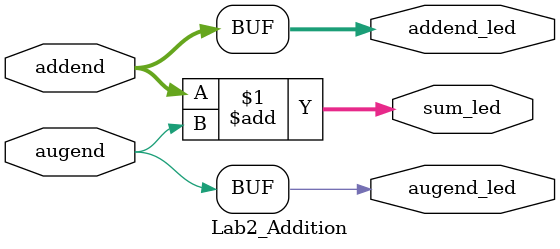
<source format=v>
`timescale 1ns / 1ps


module Lab2_Addition(
    input [1:0] addend,
    input augend,
    output [1:0] addend_led,
    output augend_led,
    output [2:0] sum_led
    );
    assign addend_led = addend;
    assign augend_led = augend;
    assign sum_led = addend + augend;
endmodule


</source>
